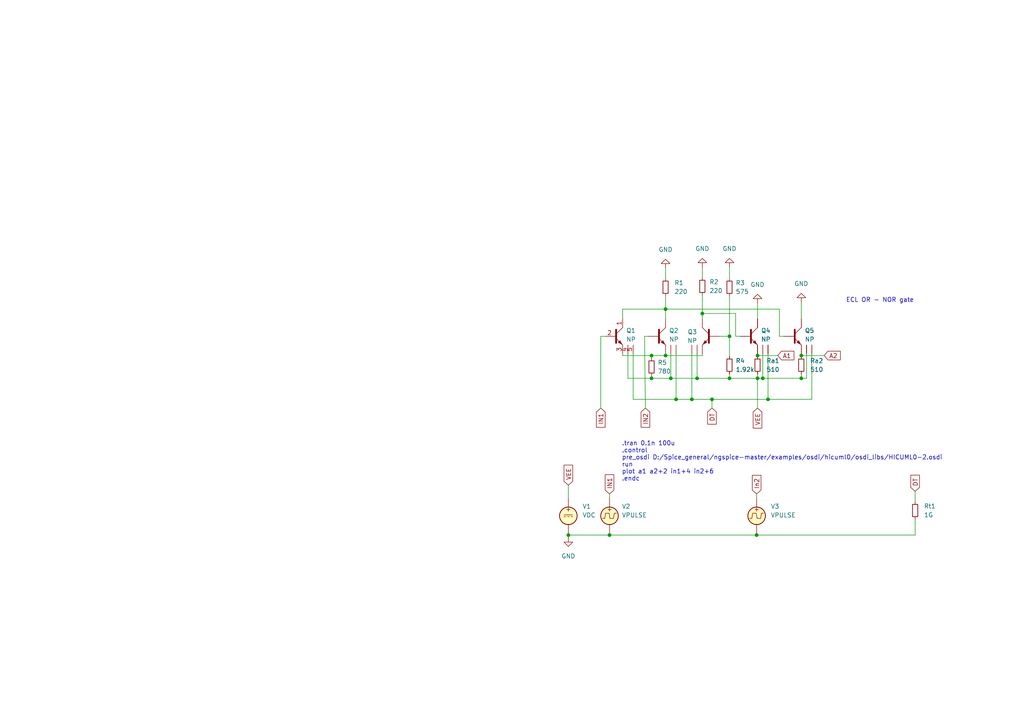
<source format=kicad_sch>
(kicad_sch (version 20211123) (generator eeschema)
  (paper "A4")
  (lib_symbols
    (symbol "BCV61_1" (pin_names (offset 0) hide)
      (property "Reference" "Q1" (at 6.096 1.6511 0))
      (property "Value" "NP" (at 6.096 -0.8889 0))
      (symbol "BCV61_1_0_0"
        (pin passive line (at 6.604 -5.08 90) (length 2.54) (name "S") (number "4"))
        (pin passive line (at 8.128 -5.08 90) (length 2.54) (name "DT") (number "5"))
      )
      (symbol "BCV61_1_0_1"
        (polyline (pts (xy 2.54 0) (xy 3.302 0)) (stroke (width 0.1524)))
        (polyline (pts (xy 5.08 -2.54) (xy 3.175 -0.635)))
        (polyline (pts (xy 5.08 2.54) (xy 3.175 0.635)))
        (polyline (pts (xy 3.175 -1.905) (xy 3.175 1.905) (xy 3.175 1.905)) (stroke (width 0.508)) (fill (type outline)))
        (polyline (pts (xy 3.81 -1.778) (xy 4.318 -1.27) (xy 4.826 -2.286) (xy 3.81 -1.778) (xy 3.81 -1.778)) (fill (type outline)))
      )
      (symbol "BCV61_1_1_1"
        (pin passive line (at 5.08 5.08 270) (length 2.54) (name "C") (number "1"))
        (pin passive line (at 0 0 0) (length 2.54) (name "B") (number "2"))
        (pin passive line (at 5.08 -5.08 90) (length 2.54) (name "E") (number "3"))
      )
    )
    (symbol "Device:R_Small" (pin_numbers hide) (pin_names (offset 0.254) hide)
      (property "Reference" "R" (at 0.762 0.508 0))
      (property "Value" "R_Small" (at 0.762 -1.016 0))
      (symbol "R_Small_0_1"
        (rectangle (start -0.762 1.778) (end 0.762 -1.778) (stroke (width 0.2032)))
      )
      (symbol "R_Small_1_1"
        (pin passive line (at 0 2.54 270) (length 0.762) (name "~") (number "1"))
        (pin passive line (at 0 -2.54 90) (length 0.762) (name "~") (number "2"))
      )
    )
    (symbol "ECL_Bip:npn" (pin_numbers hide) (pin_names (offset 0) hide)
      (property "Reference" "Q1" (at 6.096 1.6511 0))
      (property "Value" "npn" (at 6.096 -0.8889 0))
      (symbol "npn_0_0"
        (pin passive line (at 6.604 -5.08 90) (length 2.54) (name "S") (number "4"))
        (pin passive line (at 8.128 -5.08 90) (length 2.54) (name "DT") (number "5"))
      )
      (symbol "npn_0_1"
        (polyline (pts (xy 2.54 0) (xy 3.302 0)) (stroke (width 0.1524)))
        (polyline (pts (xy 5.08 -2.54) (xy 3.175 -0.635)))
        (polyline (pts (xy 5.08 2.54) (xy 3.175 0.635)))
        (polyline (pts (xy 3.175 -1.905) (xy 3.175 1.905) (xy 3.175 1.905)) (stroke (width 0.508)) (fill (type outline)))
        (polyline (pts (xy 3.81 -1.778) (xy 4.318 -1.27) (xy 4.826 -2.286) (xy 3.81 -1.778) (xy 3.81 -1.778)) (fill (type outline)))
      )
      (symbol "npn_1_1"
        (pin passive line (at 5.08 5.08 270) (length 2.54) (name "C") (number "1"))
        (pin passive line (at 0 0 0) (length 2.54) (name "B") (number "2"))
        (pin passive line (at 5.08 -5.08 90) (length 2.54) (name "E") (number "3"))
      )
    )
    (symbol "Simulation_SPICE:VDC" (pin_numbers hide) (pin_names (offset 0.0254))
      (property "Reference" "V" (at 2.54 2.54 0))
      (property "Value" "VDC" (at 2.54 0 0))
      (property "Spice_Model" "dc(1)" (at 2.54 -2.54 0))
      (symbol "VDC_0_0"
        (polyline (pts (xy -1.27 0.254) (xy 1.27 0.254)))
        (polyline (pts (xy -0.762 -0.254) (xy -1.27 -0.254)))
        (polyline (pts (xy 0.254 -0.254) (xy -0.254 -0.254)))
        (polyline (pts (xy 1.27 -0.254) (xy 0.762 -0.254)))
        (text "+" (at 0 1.905 0) (effects (font (size 1.27 1.27))))
      )
      (symbol "VDC_0_1"
        (circle (center 0 0) (radius 2.54) (stroke (width 0.254)) (fill (type background)))
      )
      (symbol "VDC_1_1"
        (pin passive line (at 0 5.08 270) (length 2.54) (name "~") (number "1"))
        (pin passive line (at 0 -5.08 90) (length 2.54) (name "~") (number "2"))
      )
    )
    (symbol "Simulation_SPICE:VPULSE" (pin_numbers hide) (pin_names (offset 0.0254))
      (property "Reference" "V" (at 2.54 2.54 0))
      (property "Value" "VPULSE" (at 2.54 0 0))
      (property "Spice_Model" "pulse(0 1 2n 2n 2n 50n 100n)" (at 2.54 -2.54 0))
      (symbol "VPULSE_0_0"
        (polyline (pts (xy -2.032 -0.762) (xy -1.397 -0.762) (xy -1.143 0.762) (xy -0.127 0.762) (xy 0.127 -0.762) (xy 1.143 -0.762) (xy 1.397 0.762) (xy 2.032 0.762)))
        (text "+" (at 0 1.905 0) (effects (font (size 1.27 1.27))))
      )
      (symbol "VPULSE_0_1"
        (circle (center 0 0) (radius 2.54) (stroke (width 0.254)) (fill (type background)))
      )
      (symbol "VPULSE_1_1"
        (pin passive line (at 0 5.08 270) (length 2.54) (name "~") (number "1"))
        (pin passive line (at 0 -5.08 90) (length 2.54) (name "~") (number "2"))
      )
    )
    (symbol "power:GND" (power) (pin_names (offset 0))
      (property "Value" "GND" (at 0 -3.81 0))
      (symbol "GND_0_1"
        (polyline (pts (xy 0 0) (xy 0 -1.27) (xy 1.27 -1.27) (xy 0 -2.54) (xy -1.27 -1.27) (xy 0 -1.27)))
      )
      (symbol "GND_1_1"
        (pin power_in line (at 0 0 270) (length 0) hide (name "GND") (number "1"))
      )
    )
  )
  (junction (at 211.582 97.536))
  (junction (at 232.41 103.124))
  (junction (at 222.758 115.824))
  (junction (at 219.71 109.728))
  (junction (at 200.66 115.824))
  (junction (at 202.184 109.728))
  (junction (at 221.234 109.728))
  (junction (at 219.71 103.124))
  (junction (at 196.088 115.824))
  (junction (at 193.04 89.662))
  (junction (at 194.564 109.728))
  (junction (at 188.976 103.124))
  (junction (at 232.41 109.728))
  (junction (at 211.582 109.728))
  (junction (at 188.976 109.728))
  (junction (at 164.846 155.194))
  (junction (at 193.04 103.124))
  (junction (at 219.456 155.194))
  (junction (at 176.784 155.194))
  (junction (at 206.502 115.824))
  (junction (at 203.708 90.932))
  (wire (pts (xy 219.456 155.194) (xy 265.43 155.194)))
  (wire (pts (xy 180.594 89.662) (xy 193.04 89.662)))
  (wire (pts (xy 219.71 109.728) (xy 221.234 109.728)))
  (wire (pts (xy 206.502 115.824) (xy 222.758 115.824)))
  (wire (pts (xy 211.582 97.536) (xy 211.582 103.378)))
  (wire (pts (xy 187.96 97.536) (xy 186.944 97.536)))
  (wire (pts (xy 265.43 155.194) (xy 265.43 150.622)))
  (wire (pts (xy 200.66 115.824) (xy 200.66 102.616)))
  (wire (pts (xy 193.04 85.852) (xy 193.04 89.662)))
  (wire (pts (xy 183.642 115.824) (xy 196.088 115.824)))
  (wire (pts (xy 182.118 109.728) (xy 182.118 102.616)))
  (wire (pts (xy 233.934 109.728) (xy 232.41 109.728)))
  (wire (pts (xy 232.41 87.63) (xy 232.41 92.456)))
  (wire (pts (xy 193.04 89.662) (xy 193.04 92.456)))
  (wire (pts (xy 211.582 97.536) (xy 208.788 97.536)))
  (wire (pts (xy 219.71 108.458) (xy 219.71 109.728)))
  (wire (pts (xy 219.71 109.728) (xy 211.582 109.728)))
  (wire (pts (xy 232.41 108.458) (xy 232.41 109.728)))
  (wire (pts (xy 164.846 154.686) (xy 164.846 155.194)))
  (wire (pts (xy 232.41 103.124) (xy 232.41 103.378)))
  (wire (pts (xy 226.06 89.662) (xy 226.06 97.536)))
  (wire (pts (xy 221.234 102.616) (xy 221.234 109.728)))
  (wire (pts (xy 196.088 115.824) (xy 196.088 102.616)))
  (wire (pts (xy 183.642 102.616) (xy 183.642 115.824)))
  (wire (pts (xy 188.976 109.728) (xy 188.976 108.966)))
  (wire (pts (xy 219.71 87.884) (xy 219.71 92.456)))
  (wire (pts (xy 194.564 102.616) (xy 194.564 109.728)))
  (wire (pts (xy 213.36 97.536) (xy 214.63 97.536)))
  (wire (pts (xy 203.708 90.932) (xy 213.36 90.932)))
  (wire (pts (xy 193.04 103.124) (xy 193.04 102.616)))
  (wire (pts (xy 232.41 103.124) (xy 239.014 103.124)))
  (wire (pts (xy 176.784 154.686) (xy 176.784 155.194)))
  (wire (pts (xy 233.934 102.616) (xy 233.934 109.728)))
  (wire (pts (xy 219.71 102.616) (xy 219.71 103.124)))
  (wire (pts (xy 203.708 90.932) (xy 203.708 92.456)))
  (wire (pts (xy 219.456 154.686) (xy 219.456 155.194)))
  (wire (pts (xy 221.234 109.728) (xy 232.41 109.728)))
  (wire (pts (xy 232.41 102.616) (xy 232.41 103.124)))
  (wire (pts (xy 175.514 97.536) (xy 174.244 97.536)))
  (wire (pts (xy 174.244 97.536) (xy 174.244 118.364)))
  (wire (pts (xy 211.582 77.47) (xy 211.582 80.772)))
  (wire (pts (xy 176.784 155.194) (xy 219.456 155.194)))
  (wire (pts (xy 211.582 109.728) (xy 202.184 109.728)))
  (wire (pts (xy 164.846 155.194) (xy 164.846 155.956)))
  (wire (pts (xy 186.944 97.536) (xy 187.198 118.364)))
  (wire (pts (xy 180.594 103.124) (xy 180.594 102.616)))
  (wire (pts (xy 219.71 103.124) (xy 219.71 103.378)))
  (wire (pts (xy 219.71 109.728) (xy 219.71 118.364)))
  (wire (pts (xy 180.594 92.456) (xy 180.594 89.662)))
  (wire (pts (xy 188.976 109.728) (xy 182.118 109.728)))
  (wire (pts (xy 222.758 115.824) (xy 222.758 102.616)))
  (wire (pts (xy 235.458 102.616) (xy 235.458 115.824)))
  (wire (pts (xy 202.184 109.728) (xy 194.564 109.728)))
  (wire (pts (xy 206.502 115.824) (xy 206.502 118.364)))
  (wire (pts (xy 164.846 140.716) (xy 164.846 144.526)))
  (wire (pts (xy 211.582 109.728) (xy 211.582 108.458)))
  (wire (pts (xy 211.582 85.852) (xy 211.582 97.536)))
  (wire (pts (xy 219.71 103.124) (xy 225.552 103.124)))
  (wire (pts (xy 202.184 102.616) (xy 202.184 109.728)))
  (wire (pts (xy 235.458 115.824) (xy 222.758 115.824)))
  (wire (pts (xy 193.04 103.124) (xy 188.976 103.124)))
  (wire (pts (xy 219.456 143.256) (xy 219.456 144.526)))
  (wire (pts (xy 193.04 89.662) (xy 226.06 89.662)))
  (wire (pts (xy 176.784 143.256) (xy 176.784 144.526)))
  (wire (pts (xy 213.36 90.932) (xy 213.36 97.536)))
  (wire (pts (xy 200.66 115.824) (xy 206.502 115.824)))
  (wire (pts (xy 203.708 103.124) (xy 193.04 103.124)))
  (wire (pts (xy 188.976 103.124) (xy 180.594 103.124)))
  (wire (pts (xy 194.564 109.728) (xy 188.976 109.728)))
  (wire (pts (xy 265.43 142.494) (xy 265.43 145.542)))
  (wire (pts (xy 188.976 103.124) (xy 188.976 103.886)))
  (wire (pts (xy 196.088 115.824) (xy 200.66 115.824)))
  (wire (pts (xy 164.846 155.194) (xy 176.784 155.194)))
  (wire (pts (xy 203.708 85.598) (xy 203.708 90.932)))
  (wire (pts (xy 226.06 97.536) (xy 227.33 97.536)))
  (wire (pts (xy 203.708 77.47) (xy 203.708 80.518)))
  (wire (pts (xy 193.04 77.724) (xy 193.04 80.772)))
  (wire (pts (xy 203.708 102.616) (xy 203.708 103.124)))
  (text "ECL OR - NOR gate" (at 245.364 87.884 0) (effects (font (size 1.27 1.27)) (justify left bottom)))
  (text ".tran 0.1n 100u\n.control\npre_osdi D:/Spice_general/ngspice-master/examples/osdi/hicuml0/osdi_libs/HICUML0-2.osdi\nrun\nplot a1 a2+2 in1+4 in2+6\n.endc" (at 180.34 139.7 0) (effects (font (size 1.27 1.27)) (justify left bottom)))
  (global_label "VEE" (shape input) (at 219.71 118.364 270) (property "Intersheet References" "${INTERSHEET_REFS}" (effects hide)))
  (global_label "IN1" (shape input) (at 176.784 143.256 90) (property "Intersheet References" "${INTERSHEET_REFS}" (effects hide)))
  (global_label "A2" (shape input) (at 239.014 103.124 0) (property "Intersheet References" "${INTERSHEET_REFS}" (effects hide)))
  (global_label "IN2" (shape input) (at 187.198 118.364 270) (property "Intersheet References" "${INTERSHEET_REFS}" (effects hide)))
  (global_label "A1" (shape input) (at 225.552 103.124 0) (property "Intersheet References" "${INTERSHEET_REFS}" (effects hide)))
  (global_label "IN1" (shape input) (at 174.244 118.364 270) (property "Intersheet References" "${INTERSHEET_REFS}" (effects hide)))
  (global_label "VEE" (shape input) (at 164.846 140.716 90) (property "Intersheet References" "${INTERSHEET_REFS}" (effects hide)))
  (global_label "In2" (shape input) (at 219.456 143.256 90) (property "Intersheet References" "${INTERSHEET_REFS}" (effects hide)))
  (global_label "DT" (shape input) (at 265.43 142.494 90) (property "Intersheet References" "${INTERSHEET_REFS}" (effects hide)))
  (global_label "DT" (shape input) (at 206.502 118.364 270) (property "Intersheet References" "${INTERSHEET_REFS}" (effects hide)))
  (symbol (lib_id "Device:R_Small") (at 203.708 83.058 0) (unit 1)
    (property "Reference" "R2" (at 205.74 81.7879 0) (effects (justify left)))
    (property "Value" "220" (at 205.74 84.3279 0) (effects (justify left)))
  )
  (symbol (lib_id "ECL_Bip:npn") (at 187.96 97.536 0) (unit 1)
    (property "Reference" "Q2" (at 194.056 95.8849 0) (effects (justify left)))
    (property "Value" "NP" (at 194.056 98.4249 0) (effects (justify left)))
    (property "Spice_Primitive" "X" (effects hide))
    (property "Spice_Model" "hicumL0V1p1_c_sbt" (effects hide))
    (property "Spice_Netlist_Enabled" "Y" (effects hide))
    (property "Spice_Lib_File" "D:\\Spice_general\\ngspice-master\\examples\\osdi\\hicuml0\\Modelcards\\model-card-hicumL0V1p11_mod.lib" (effects hide))
  )
  (symbol (lib_id "ECL_Bip:npn") (at 208.788 97.536 0) (mirror y) (unit 1)
    (property "Reference" "Q3" (at 202.184 96.2659 0) (effects (justify left)))
    (property "Value" "NP" (at 202.184 98.8059 0) (effects (justify left)))
    (property "Spice_Primitive" "X" (effects hide))
    (property "Spice_Model" "hicumL0V1p1_c_sbt" (effects hide))
    (property "Spice_Netlist_Enabled" "Y" (effects hide))
    (property "Spice_Lib_File" "D:\\Spice_general\\ngspice-master\\examples\\osdi\\hicuml0\\Modelcards\\model-card-hicumL0V1p11_mod.lib" (effects hide))
  )
  (symbol (lib_id "Device:R_Small") (at 211.582 83.312 0) (unit 1)
    (property "Reference" "R3" (at 213.36 82.0419 0) (effects (justify left)))
    (property "Value" "575" (at 213.36 84.5819 0) (effects (justify left)))
  )
  (symbol (lib_id "power:GND") (at 232.41 87.63 0) (mirror x) (unit 1)
    (property "Reference" "#PWR06" (effects hide))
    (property "Value" "GND" (at 232.41 82.296 0))
  )
  (symbol (lib_id "power:GND") (at 193.04 77.724 0) (mirror x) (unit 1)
    (property "Reference" "#PWR02" (effects hide))
    (property "Value" "GND" (at 193.04 72.39 0))
  )
  (symbol (lib_id "Device:R_Small") (at 193.04 83.312 0) (unit 1)
    (property "Reference" "R1" (at 195.58 82.0419 0) (effects (justify left)))
    (property "Value" "220" (at 195.58 84.5819 0) (effects (justify left)))
  )
  (symbol (lib_id "Device:R_Small") (at 219.71 105.918 0) (unit 1)
    (property "Reference" "Ra1" (at 222.25 104.6479 0) (effects (justify left)))
    (property "Value" "510" (at 222.25 107.1879 0) (effects (justify left)))
  )
  (symbol (lib_id "power:GND") (at 219.71 87.884 0) (mirror x) (unit 1)
    (property "Reference" "#PWR05" (effects hide))
    (property "Value" "GND" (at 219.71 82.55 0))
  )
  (symbol (lib_id "Device:R_Small") (at 265.43 148.082 0) (unit 1)
    (property "Reference" "Rt1" (at 267.97 146.8119 0) (effects (justify left)))
    (property "Value" "1G" (at 267.97 149.3519 0) (effects (justify left)))
  )
  (symbol (lib_id "Device:R_Small") (at 232.41 105.918 0) (unit 1)
    (property "Reference" "Ra2" (at 234.95 104.6479 0) (effects (justify left)))
    (property "Value" "510" (at 234.95 107.1879 0) (effects (justify left)))
  )
  (symbol (lib_id "power:GND") (at 164.846 155.956 0) (unit 1)
    (property "Reference" "#PWR01" (effects hide))
    (property "Value" "GND" (at 164.846 161.29 0))
  )
  (symbol (lib_id "Device:R_Small") (at 188.976 106.426 0) (unit 1)
    (property "Reference" "R5" (at 190.754 105.1559 0) (effects (justify left)))
    (property "Value" "780" (at 190.754 107.6959 0) (effects (justify left)))
  )
  (symbol (lib_id "power:GND") (at 211.582 77.47 0) (mirror x) (unit 1)
    (property "Reference" "#PWR04" (effects hide))
    (property "Value" "GND" (at 211.582 72.136 0))
  )
  (symbol (lib_id "ECL_Bip:npn") (at 227.33 97.536 0) (unit 1)
    (property "Reference" "Q5" (at 233.426 95.8849 0) (effects (justify left)))
    (property "Value" "NP" (at 233.426 98.4249 0) (effects (justify left)))
    (property "Spice_Primitive" "X" (effects hide))
    (property "Spice_Model" "hicumL0V1p1_c_sbt" (effects hide))
    (property "Spice_Netlist_Enabled" "Y" (effects hide))
    (property "Spice_Lib_File" "D:\\Spice_general\\ngspice-master\\examples\\osdi\\hicuml0\\Modelcards\\model-card-hicumL0V1p11_mod.lib" (effects hide))
  )
  (symbol (lib_id "Simulation_SPICE:VPULSE") (at 219.456 149.606 0) (unit 1)
    (property "Reference" "V3" (at 223.52 146.8761 0) (effects (justify left)))
    (property "Value" "VPULSE" (at 223.52 149.4161 0) (effects (justify left)))
    (property "Spice_Netlist_Enabled" "Y" (effects hide))
    (property "Spice_Primitive" "V" (effects hide))
    (property "Spice_Model" "dc -1.75 pulse(-1.75 -0.9 0 1n 1n 2.5u 5u)" (at 223.52 151.9561 0) (effects (justify left)))
  )
  (symbol (lib_id "power:GND") (at 203.708 77.47 0) (mirror x) (unit 1)
    (property "Reference" "#PWR03" (effects hide))
    (property "Value" "GND" (at 203.708 72.136 0))
  )
  (symbol (lib_id "Device:R_Small") (at 211.582 105.918 0) (unit 1)
    (property "Reference" "R4" (at 213.36 104.6479 0) (effects (justify left)))
    (property "Value" "1.92k" (at 213.36 107.1879 0) (effects (justify left)))
  )
  (symbol (lib_id "Simulation_SPICE:VDC") (at 164.846 149.606 0) (unit 1)
    (property "Reference" "V1" (at 168.91 146.8761 0) (effects (justify left)))
    (property "Value" "VDC" (at 168.91 149.4161 0) (effects (justify left)))
    (property "Spice_Netlist_Enabled" "Y" (effects hide))
    (property "Spice_Primitive" "V" (effects hide))
    (property "Spice_Model" "-5.2" (at 168.91 151.9561 0) (effects (justify left)))
  )
  (symbol (lib_name "BCV61_1") (lib_id "Transistor_BJT:BCV61") (at 175.514 97.536 0) (unit 1)
    (property "Reference" "Q1" (at 181.61 95.8849 0) (effects (justify left)))
    (property "Value" "NP" (at 181.61 98.4249 0) (effects (justify left)))
    (property "Spice_Primitive" "X" (effects hide))
    (property "Spice_Model" "hicumL0V1p1_c_sbt" (effects hide))
    (property "Spice_Netlist_Enabled" "Y" (effects hide))
    (property "Spice_Lib_File" "D:\\Spice_general\\ngspice-master\\examples\\osdi\\hicuml0\\Modelcards\\model-card-hicumL0V1p11_mod.lib" (effects hide))
  )
  (symbol (lib_id "Simulation_SPICE:VPULSE") (at 176.784 149.606 0) (unit 1)
    (property "Reference" "V2" (at 180.34 146.8761 0) (effects (justify left)))
    (property "Value" "VPULSE" (at 180.34 149.4161 0) (effects (justify left)))
    (property "Spice_Netlist_Enabled" "Y" (effects hide))
    (property "Spice_Primitive" "V" (effects hide))
    (property "Spice_Model" "dc -1.75 pulse(-1.75 -0.9 0 1n 1n 5u 10u)" (at 180.34 151.9561 0) (effects (justify left)))
  )
  (symbol (lib_id "ECL_Bip:npn") (at 214.63 97.536 0) (unit 1)
    (property "Reference" "Q4" (at 220.726 95.8849 0) (effects (justify left)))
    (property "Value" "NP" (at 220.726 98.4249 0) (effects (justify left)))
    (property "Spice_Primitive" "X" (effects hide))
    (property "Spice_Model" "hicumL0V1p1_c_sbt" (effects hide))
    (property "Spice_Netlist_Enabled" "Y" (effects hide))
    (property "Spice_Lib_File" "D:\\Spice_general\\ngspice-master\\examples\\osdi\\hicuml0\\Modelcards\\model-card-hicumL0V1p11_mod.lib" (effects hide))
  )
)
</source>
